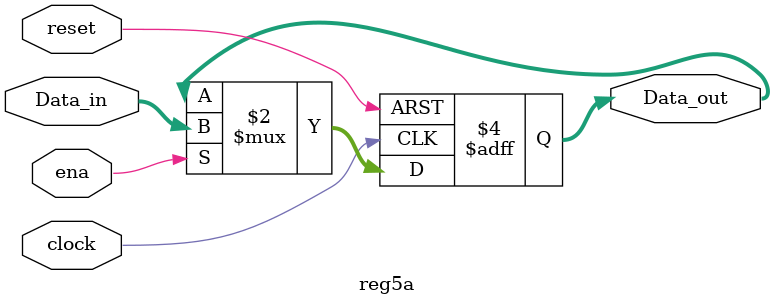
<source format=v>
module reg5a ( 

input  [4:0] Data_in,
input  clock, reset, ena, 
output reg  [4:0] Data_out);

always @ ( posedge reset or negedge clock) 
	if (reset) Data_out <= 5'b0;

else 
	if(ena)Data_out <= Data_in;

endmodule
</source>
